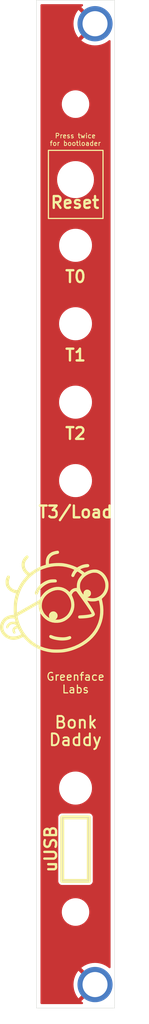
<source format=kicad_pcb>
(kicad_pcb (version 20211014) (generator pcbnew)
  (layers (0 "F.Cu" signal) (31 "B.Cu" signal) (34 "B.Paste" user) (35 "F.Paste" user) (36 "B.SilkS" user "B.Silkscreen") (37 "F.SilkS" user "F.Silkscreen") (38 "B.Mask" user) (39 "F.Mask" user) (44 "Edge.Cuts" user))
  (net 0 "")
  (net 1 "GND")
  (footprint "panel:3mmLED" (layer "F.Cu") (at 53.73 92)
    (fp_text reference "H7" hide)
    (fp_text value "Yellow LED")
    (pad "" np_thru_hole circle (at 1.27 0) (size 3.2 3.2) (drill 3.2) (layers *.Cu *.Mask))
  )
  (footprint "MountingHole:MountingHole_2.5mm" (layer "F.Cu") (at 55 54)
    (fp_text reference "H1" hide)
    (fp_text value "MountingHole")
    (pad "" np_thru_hole circle (at 0 0) (size 2.5 2.5) (drill 2.5) (layers *.Cu *.Mask))
  )
  (footprint "panel:3mmLED" (layer "F.Cu") (at 53.73 72)
    (fp_text reference "H5" hide)
    (fp_text value "Green LED")
    (pad "" np_thru_hole circle (at 1.27 0) (size 3.2 3.2) (drill 3.2) (layers *.Cu *.Mask))
  )
  (footprint "panel:3mmLED" (layer "F.Cu") (at 53.73 82)
    (fp_text reference "H6" hide)
    (fp_text value "Blue LED")
    (pad "" np_thru_hole circle (at 1.27 0) (size 3.2 3.2) (drill 3.2) (layers *.Cu *.Mask))
  )
  (footprint "panel:MountingHole_3.2mm_M3_EU" (layer "F.Cu") (at 57.5 166.25)
    (fp_text reference "H4" hide)
    (fp_text value "MountingHole_Pad")
    (pad "1" thru_hole circle (at 0 0) (size 4.5 4.5) (drill 3.2) (layers *.Cu *.Mask) (net 1 "GND"))
  )
  (footprint "MountingHole:MountingHole_2.5mm" (layer "F.Cu") (at 55 157)
    (fp_text reference "H2" hide)
    (fp_text value "MountingHole")
    (pad "" np_thru_hole circle (at 0 0) (size 2.5 2.5) (drill 2.5) (layers *.Cu *.Mask))
  )
  (footprint "panel:PushButton3.7mm" (layer "F.Cu") (at 52.75 66.875 90)
    (fp_text reference "H8" hide)
    (fp_text value "MountingHole")
    (pad "" np_thru_hole circle (at 3.25 2.25 90) (size 3.7 3.7) (drill 3.7) (layers *.Cu *.Mask))
  )
  (footprint "panel:3mmLED" (layer "F.Cu") (at 53.73 141.2)
    (fp_text reference "H10" hide)
    (fp_text value "USB LED")
    (pad "" np_thru_hole circle (at 1.27 0) (size 3.2 3.2) (drill 3.2) (layers *.Cu *.Mask))
  )
  (footprint "panel:small_face" (layer "F.Cu") (at 52.225 117.875)
    (fp_text reference "GR1" hide)
    (fp_text value "small_logo" hide)
    (fp_poly (pts (xy 0.54585 -6.926436) (xy 0.585001 -6.906036) (xy 0.606324 -6.886676) (xy 0.649317 -6.811322) (xy 0.658749 -6.718373) (xy 0.633324 -6.629468) (xy 0.622739 -6.612336) (xy 0.580233 -6.576116) (xy 0.504547 -6.548167) (xy 0.413189 -6.529096) (xy 0.140894 -6.467369) (xy -0.087852 -6.382381) (xy -0.275341 -6.272763) (xy -0.423865 -6.137146) (xy -0.535716 -5.974161) (xy -0.544558 -5.957125) (xy -0.603519 -5.796627) (xy -0.636753 -5.605766) (xy -0.641897 -5.399288) (xy -0.639751 -5.362895) (xy -0.632968 -5.294518) (xy -0.618313 -5.264921) (xy -0.584577 -5.262192) (xy -0.550851 -5.268429) (xy -0.277447 -5.31369) (xy 0.023536 -5.34631) (xy 0.337109 -5.36571) (xy 0.648283 -5.371312) (xy 0.942068 -5.362538) (xy 1.203475 -5.33881) (xy 1.2192 -5.336707) (xy 1.633307 -5.263004) (xy 2.046922 -5.156909) (xy 2.443559 -5.023188) (xy 2.748187 -4.894578) (xy 2.861255 -4.843184) (xy 2.937623 -4.812874) (xy 2.985615 -4.801208) (xy 3.013556 -4.805744) (xy 3.023139 -4.813951) (xy 3.060235 -4.841775) (xy 3.1329 -4.884003) (xy 3.229973 -4.935123) (xy 3.34029 -4.989622) (xy 3.452689 -5.041987) (xy 3.556006 -5.086707) (xy 3.639079 -5.118269) (xy 3.640011 -5.11858) (xy 3.781431 -5.158522) (xy 3.943025 -5.193079) (xy 4.104341 -5.218624) (xy 4.244925 -5.231531) (xy 4.282134 -5.2324) (xy 4.3787 -5.22613) (xy 4.441529 -5.204497) (xy 4.469753 -5.182247) (xy 4.527333 -5.097239) (xy 4.537044 -5.009335) (xy 4.502873 -4.931949) (xy 4.471726 -4.896627) (xy 4.432807 -4.870194) (xy 4.376578 -4.849633) (xy 4.293498 -4.831925) (xy 4.174027 -4.814051) (xy 4.099621 -4.804357) (xy 3.948678 -4.777745) (xy 3.789148 -4.737165) (xy 3.637307 -4.687699) (xy 3.509428 -4.634428) (xy 3.447936 -4.60085) (xy 3.371948 -4.552738) (xy 3.533824 -4.443877) (xy 3.634514 -4.373498) (xy 3.738018 -4.296935) (xy 3.815543 -4.235918) (xy 3.935386 -4.136821) (xy 4.08351 -4.223634) (xy 4.388945 -4.375578) (xy 4.70373 -4.478159) (xy 5.031601 -4.532504) (xy 5.131117 -4.539474) (xy 5.338026 -4.540869) (xy 5.516959 -4.519968) (xy 5.687336 -4.472744) (xy 5.868583 -4.395173) (xy 5.898332 -4.380458) (xy 6.152974 -4.224668) (xy 6.38186 -4.027515) (xy 6.581889 -3.793104) (xy 6.749958 -3.525543) (xy 6.882967 -3.228937) (xy 6.962473 -2.9718) (xy 6.985747 -2.834443) (xy 6.997734 -2.663883) (xy 6.998801 -2.476363) (xy 6.989315 -2.288126) (xy 6.969643 -2.115414) (xy 6.940153 -1.974471) (xy 6.939903 -1.973601) (xy 6.82882 -1.670631) (xy 6.67687 -1.395033) (xy 6.481158 -1.142134) (xy 6.329239 -0.987831) (xy 6.238278 -0.900998) (xy 6.180679 -0.839634) (xy 6.150935 -0.796495) (xy 6.143539 -0.76434) (xy 6.147142 -0.748339) (xy 6.159526 -0.704334) (xy 6.179149 -0.622007) (xy 6.203381 -0.51287) (xy 6.229591 -0.388434) (xy 6.231311 -0.380039) (xy 6.313796 0.137692) (xy 6.346906 0.644029) (xy 6.330496 1.140106) (xy 6.264422 1.627057) (xy 6.148539 2.106017) (xy 5.982703 2.578121) (xy 5.804533 2.970537) (xy 5.567943 3.386478) (xy 5.286808 3.78185) (xy 4.96408 4.1541) (xy 4.602715 4.500672) (xy 4.205665 4.819012) (xy 3.775884 5.106565) (xy 3.316325 5.360776) (xy 2.829942 5.579091) (xy 2.754417 5.608753) (xy 2.471666 5.713667) (xy 2.216142 5.798655) (xy 1.970674 5.868484) (xy 1.718093 5.927919) (xy 1.44123 5.981726) (xy 1.3589 5.99611) (xy 1.173891 6.021104) (xy 0.951772 6.040402) (xy 0.705949 6.053694) (xy 0.449826 6.060672) (xy 0.196807 6.061025) (xy -0.039704 6.054445) (xy -0.246302 6.040621) (xy -0.3048 6.034514) (xy -0.820485 5.950653) (xy -1.324486 5.821061) (xy -1.809641 5.647843) (xy -2.157258 5.490352) (xy -2.565831 5.265455) (xy -2.944624 5.010972) (xy -3.301031 4.72109) (xy -3.642444 4.389998) (xy -3.855035 4.155473) (xy -3.914138 4.089336) (xy -3.951672 4.056715) (xy -3.978265 4.051831) (xy -4.004544 4.068907) (xy -4.008221 4.072193) (xy -4.067331 4.112383) (xy -4.162383 4.16237) (xy -4.280874 4.216661) (xy -4.410301 4.269761) (xy -4.538163 4.316177) (xy -4.624509 4.343016) (xy -4.788417 4.378868) (xy -4.975231 4.403181) (xy -5.167047 4.41485) (xy -5.34596 4.412771) (xy -5.490689 4.396486) (xy -5.769549 4.322378) (xy -6.020877 4.20949) (xy -6.25154 4.053989) (xy -6.468404 3.852038) (xy -6.471446 3.848787) (xy -6.643422 3.637371) (xy -6.768943 3.418861) (xy -6.852341 3.185158) (xy -6.871996 3.100181) (xy -6.902052 2.829304) (xy -6.89437 2.727158) (xy -6.493843 2.727158) (xy -6.492328 2.936774) (xy -6.447673 3.146547) (xy -6.356765 3.351303) (xy -6.34554 3.370422) (xy -6.229808 3.526686) (xy -6.079875 3.674666) (xy -5.908185 3.805207) (xy -5.727184 3.909153) (xy -5.549316 3.97735) (xy -5.506281 3.98785) (xy -5.375824 4.003945) (xy -5.214431 4.006757) (xy -5.039851 3.997516) (xy -4.869831 3.977449) (xy -4.722119 3.947787) (xy -4.6609 3.929293) (xy -4.481237 3.8625) (xy -4.346725 3.805423) (xy -4.25892 3.75877) (xy -4.224526 3.730891) (xy -4.214846 3.702317) (xy -4.226737 3.656942) (xy -4.263565 3.585357) (xy -4.296178 3.53057) (xy -4.355722 3.428943) (xy -4.425094 3.304237) (xy -4.49182 3.179017) (xy -4.509387 3.144863) (xy -4.5616 3.043783) (xy -4.598107 2.980596) (xy -4.625848 2.947721) (xy -4.651765 2.937579) (xy -4.682795 2.942588) (xy -4.692095 2.945298) (xy -4.812263 2.987048) (xy -4.896941 3.03171) (xy -4.944666 3.070101) (xy -5.003544 3.14499) (xy -5.017309 3.222335) (xy -4.987706 3.314781) (xy -4.980435 3.329199) (xy -4.934926 3.446657) (xy -4.932834 3.540258) (xy -4.974111 3.608812) (xy -4.992141 3.622517) (xy -5.064695 3.648531) (xy -5.133121 3.627073) (xy -5.199512 3.556931) (xy -5.247789 3.474494) (xy -5.305424 3.312172) (xy -5.313682 3.155171) (xy -5.273869 3.00848) (xy -5.187295 2.877088) (xy -5.063489 2.771353) (xy -4.994932 2.72806) (xy -4.943392 2.699382) (xy -4.924899 2.6924) (xy -4.889085 2.684139) (xy -4.836429 2.666136) (xy -4.767351 2.639872) (xy -4.841126 2.561408) (xy -4.941381 2.478554) (xy -5.058774 2.430782) (xy -5.205929 2.413305) (xy -5.232429 2.413) (xy -5.410052 2.436561) (xy -5.566708 2.504993) (xy -5.697325 2.614917) (xy -5.796832 2.762955) (xy -5.814136 2.800515) (xy -5.87227 2.902336) (xy -5.938229 2.955207) (xy -6.010909 2.958509) (xy -6.05686 2.936717) (xy -6.107068 2.876974) (xy -6.120045 2.794112) (xy -6.099671 2.694849) (xy -6.049828 2.585906) (xy -5.974396 2.474003) (xy -5.877256 2.365859) (xy -5.762289 2.268194) (xy -5.633376 2.187727) (xy -5.620513 2.181205) (xy -5.560428 2.154311) (xy -5.501074 2.136743) (xy -5.429358 2.126592) (xy -5.332187 2.121949) (xy -5.207 2.1209) (xy -4.9149 2.1209) (xy -4.9657 1.912865) (xy -4.99088 1.813525) (xy -5.015527 1.746939) (xy -5.049676 1.706538) (xy -5.103366 1.685756) (xy -5.18663 1.678023) (xy -5.309506 1.676771) (xy -5.326495 1.676746) (xy -5.558029 1.698846) (xy -5.771328 1.762495) (xy -5.963278 1.862517) (xy -6.130767 1.99374) (xy -6.270681 2.15099) (xy -6.379907 2.329092) (xy -6.455332 2.522872) (xy -6.493843 2.727158) (xy -6.89437 2.727158) (xy -6.882128 2.564386) (xy -6.812912 2.307713) (xy -6.69509 2.061566) (xy -6.529351 1.828231) (xy -6.468409 1.758921) (xy -6.302254 1.608311) (xy -6.105459 1.478518) (xy -6.001995 1.42882) (xy -4.658908 1.42882) (xy -4.649587 1.501355) (xy -4.629169 1.606122) (xy -4.59946 1.734925) (xy -4.562264 1.879566) (xy -4.519388 2.031851) (xy -4.504174 2.0828) (xy -4.331281 2.569846) (xy -4.117682 3.027816) (xy -3.865311 3.455058) (xy -3.576102 3.84992) (xy -3.251992 4.210752) (xy -2.894915 4.535902) (xy -2.506807 4.823719) (xy -2.089601 5.072552) (xy -1.645234 5.28075) (xy -1.17564 5.44666) (xy -0.682755 5.568633) (xy -0.3556 5.622926) (xy -0.173333 5.641391) (xy 0.044447 5.653631) (xy 0.282827 5.6596) (xy 0.526898 5.659255) (xy 0.761748 5.652554) (xy 0.972467 5.639453) (xy 1.0922 5.627139) (xy 1.626788 5.536194) (xy 2.148538 5.400094) (xy 2.65339 5.220775) (xy 3.137288 5.000176) (xy 3.596172 4.740234) (xy 4.025985 4.442886) (xy 4.422669 4.110072) (xy 4.574039 3.964569) (xy 4.892438 3.617943) (xy 5.164887 3.259354) (xy 5.396017 2.881526) (xy 5.590462 2.477182) (xy 5.699228 2.1971) (xy 5.814464 1.805546) (xy 5.892693 1.387781) (xy 5.933491 0.952837) (xy 5.936436 0.50975) (xy 5.901104 0.067553) (xy 5.827072 -0.36472) (xy 5.820583 -0.3937) (xy 5.799045 -0.48778) (xy 5.778905 -0.548712) (xy 5.750466 -0.580506) (xy 5.704032 -0.587172) (xy 5.629905 -0.57272) (xy 5.518388 -0.54116) (xy 5.4864 -0.531894) (xy 5.37589 -0.504633) (xy 5.260763 -0.487133) (xy 5.124973 -0.477576) (xy 4.9784 -0.474314) (xy 4.845334 -0.474161) (xy 4.740642 -0.477738) (xy 4.648862 -0.487305) (xy 4.554533 -0.505119) (xy 4.442194 -0.533439) (xy 4.300578 -0.573318) (xy 4.289761 -0.568035) (xy 4.298074 -0.538668) (xy 4.3274 -0.481964) (xy 4.379624 -0.394673) (xy 4.456629 -0.273545) (xy 4.5603 -0.115328) (xy 4.605628 -0.046987) (xy 4.779958 0.22081) (xy 4.929148 0.461736) (xy 5.052003 0.673563) (xy 5.147323 0.854065) (xy 5.213913 1.001016) (xy 5.250575 1.112189) (xy 5.2578 1.165918) (xy 5.233012 1.26646) (xy 5.159536 1.357699) (xy 5.038702 1.439209) (xy 4.871838 1.510565) (xy 4.660275 1.571341) (xy 4.405343 1.621114) (xy 4.108371 1.659457) (xy 3.77069 1.685946) (xy 3.6068 1.693845) (xy 3.461625 1.699119) (xy 3.358096 1.701019) (xy 3.287126 1.698778) (xy 3.239625 1.691631) (xy 3.206507 1.678814) (xy 3.178685 1.659562) (xy 3.176269 1.657602) (xy 3.126757 1.587523) (xy 3.112715 1.499625) (xy 3.134771 1.413061) (xy 3.166784 1.368527) (xy 3.192005 1.348117) (xy 3.226506 1.332667) (xy 3.278592 1.320801) (xy 3.356564 1.311145) (xy 3.468725 1.302321) (xy 3.622714 1.292993) (xy 3.850851 1.277267) (xy 4.069215 1.256858) (xy 4.27182 1.232743) (xy 4.452684 1.205897) (xy 4.605821 1.177297) (xy 4.725249 1.147919) (xy 4.804983 1.11874) (xy 4.837067 1.094841) (xy 4.831247 1.059947) (xy 4.79623 0.986485) (xy 4.733372 0.87647) (xy 4.644034 0.731916) (xy 4.529573 0.554837) (xy 4.391348 0.347248) (xy 4.230717 0.111163) (xy 4.04904 -0.151403) (xy 3.847674 -0.438435) (xy 3.627978 -0.74792) (xy 3.391311 -1.077843) (xy 3.139031 -1.426189) (xy 3.109462 -1.466814) (xy 3.022495 -1.585748) (xy 2.958935 -1.669697) (xy 2.912305 -1.724757) (xy 2.876127 -1.75702) (xy 2.843922 -1.772583) (xy 2.809215 -1.77754) (xy 2.77876 -1.777964) (xy 2.661138 -1.753882) (xy 2.545535 -1.68602) (xy 2.439683 -1.581073) (xy 2.351314 -1.44574) (xy 2.321436 -1.381843) (xy 2.304691 -1.338362) (xy 2.298133 -1.300885) (xy 2.304256 -1.258033) (xy 2.325555 -1.198429) (xy 2.364526 -1.110695) (xy 2.395566 -1.04382) (xy 2.521246 -0.717916) (xy 2.598317 -0.387859) (xy 2.627492 -0.057697) (xy 2.609488 0.268524) (xy 2.545016 0.586755) (xy 2.434792 0.89295) (xy 2.279529 1.183062) (xy 2.079942 1.453044) (xy 1.926224 1.616357) (xy 1.664133 1.837314) (xy 1.382247 2.011507) (xy 1.080073 2.139149) (xy 0.757115 2.220459) (xy 0.469787 2.253089) (xy 0.121398 2.250326) (xy -0.20598 2.201514) (xy -0.514061 2.106005) (xy -0.804561 1.963147) (xy -1.079192 1.772292) (xy -1.285707 1.5875) (xy -1.515 1.330939) (xy -1.695448 1.06197) (xy -1.827941 0.778543) (xy -1.913367 0.478607) (xy -1.952614 0.160112) (xy -1.955571 0.043199) (xy -1.549025 0.043199) (xy -1.544448 0.218182) (xy -1.527326 0.366503) (xy -1.493509 0.505713) (xy -1.438844 0.653361) (xy -1.367907 0.80897) (xy -1.299004 0.944501) (xy -1.234407 1.050645) (xy -1.161241 1.145823) (xy -1.066632 1.248453) (xy -1.046068 1.269405) (xy -0.947738 1.363514) (xy -0.845181 1.452513) (xy -0.747283 1.529601) (xy -0.662931 1.587979) (xy -0.601012 1.620847) (xy -0.580524 1.6256) (xy -0.576838 1.605204) (xy -0.591451 1.554521) (xy -0.598197 1.537515) (xy -0.632689 1.393377) (xy -0.622509 1.246739) (xy -0.572398 1.106896) (xy -0.487095 0.983144) (xy -0.371341 0.88478) (xy -0.233422 0.822116) (xy -0.067919 0.795599) (xy 0.083086 0.817488) (xy 0.222329 0.888491) (xy 0.308473 0.961957) (xy 0.41278 1.095044) (xy 0.46798 1.238719) (xy 0.475232 1.396217) (xy 0.472415 1.42008) (xy 0.43924 1.542455) (xy 0.379056 1.661401) (xy 0.302265 1.759264) (xy 0.245646 1.804896) (xy 0.1651 1.85401) (xy 0.3683 1.853664) (xy 0.497102 1.848189) (xy 0.635737 1.834211) (xy 0.748571 1.815809) (xy 0.977816 1.746999) (xy 1.211128 1.640519) (xy 1.433326 1.505124) (xy 1.629232 1.349567) (xy 1.726184 1.252047) (xy 1.892838 1.034302) (xy 2.032533 0.787169) (xy 2.139266 0.524101) (xy 2.207034 0.25855) (xy 2.223668 0.137222) (xy 2.22819 -0.037504) (xy 2.213568 -0.236864) (xy 2.182315 -0.439537) (xy 2.136943 -0.624206) (xy 2.13212 -0.63963) (xy 2.043746 -0.860046) (xy 1.922212 -1.082193) (xy 1.777047 -1.291813) (xy 1.617777 -1.474653) (xy 1.505907 -1.576712) (xy 1.272546 -1.735434) (xy 1.022646 -1.846935) (xy 0.758975 -1.910982) (xy 0.484307 -1.927341) (xy 0.201411 -1.895778) (xy -0.086941 -1.816058) (xy -0.296011 -1.728885) (xy -0.504026 -1.622394) (xy -0.678503 -1.514971) (xy -0.835749 -1.395882) (xy -0.935985 -1.307557) (xy -1.152709 -1.075615) (xy -1.323004 -0.824615) (xy -1.446233 -0.555959) (xy -1.52176 -0.27105) (xy -1.548947 0.028711) (xy -1.549025 0.043199) (xy -1.955571 0.043199) (xy -1.955609 0.041732) (xy -1.957302 -0.050264) (xy -1.963719 -0.100862) (xy -1.977249 -0.11941) (xy -1.996165 -0.116946) (xy -2.024874 -0.101928) (xy -2.092765 -0.064455) (xy -2.195104 -0.007224) (xy -2.327156 0.06707) (xy -2.484187 0.155734) (xy -2.66146 0.25607) (xy -2.854242 0.365384) (xy -3.057798 0.480982) (xy -3.267392 0.600167) (xy -3.478291 0.720245) (xy -3.685759 0.83852) (xy -3.885062 0.952298) (xy -4.071464 1.058882) (xy -4.240232 1.155579) (xy -4.386629 1.239692) (xy -4.505922 1.308527) (xy -4.593376 1.359389) (xy -4.644255 1.389582) (xy -4.655325 1.396712) (xy -4.658908 1.42882) (xy -6.001995 1.42882) (xy -5.890566 1.375297) (xy -5.670117 1.304401) (xy -5.456656 1.271585) (xy -5.40267 1.27) (xy -5.301996 1.262784) (xy -5.213373 1.244069) (xy -5.179402 1.230762) (xy -5.130411 1.200301) (xy -5.114163 1.165437) (xy -5.121717 1.104928) (xy -5.123277 1.097412) (xy -5.132785 1.02088) (xy -5.139286 0.902934) (xy -5.142941 0.752859) (xy -5.143911 0.579944) (xy -5.143289 0.505238) (xy -4.750062 0.505238) (xy -4.747458 0.650615) (xy -4.741447 0.775773) (xy -4.732174 0.873321) (xy -4.719783 0.935868) (xy -4.704418 0.956023) (xy -4.702258 0.955172) (xy -4.677889 0.941273) (xy -4.613278 0.904456) (xy -4.512326 0.846943) (xy -4.378933 0.770956) (xy -4.217002 0.678718) (xy -4.030433 0.57245) (xy -3.823127 0.454375) (xy -3.598985 0.326715) (xy -3.3782 0.20097) (xy -3.138112 0.064293) (xy -2.908234 -0.066457) (xy -2.692885 -0.188831) (xy -2.496384 -0.30038) (xy -2.323048 -0.398655) (xy -2.177197 -0.481208) (xy -2.063149 -0.54559) (xy -1.985223 -0.589352) (xy -1.950507 -0.608565) (xy -1.868579 -0.66154) (xy -1.817519 -0.722214) (xy -1.78747 -0.7874) (xy -1.700965 -0.969125) (xy -1.577945 -1.16346) (xy -1.427128 -1.359894) (xy -1.257231 -1.547914) (xy -1.076973 -1.717009) (xy -0.908138 -1.847748) (xy -0.598598 -2.035787) (xy -0.284788 -2.177538) (xy 0.030162 -2.273062) (xy 0.343122 -2.322418) (xy 0.650962 -2.32567) (xy 0.950549 -2.282877) (xy 1.238755 -2.194101) (xy 1.512448 -2.059403) (xy 1.768498 -1.878844) (xy 1.865462 -1.79362) (xy 1.930762 -1.734579) (xy 1.981264 -1.692467) (xy 2.006034 -1.676401) (xy 2.006036 -1.6764) (xy 2.027691 -1.695979) (xy 2.060825 -1.743867) (xy 2.065326 -1.75136) (xy 2.180625 -1.89964) (xy 2.331898 -2.023578) (xy 2.507299 -2.115979) (xy 2.694983 -2.16965) (xy 2.768626 -2.178507) (xy 2.944486 -2.191089) (xy 2.944567 -2.366745) (xy 3.343045 -2.366745) (xy 3.352923 -2.20159) (xy 3.377 -2.061437) (xy 3.389567 -2.0193) (xy 3.473369 -1.813008) (xy 3.572086 -1.627464) (xy 3.678118 -1.47669) (xy 3.693336 -1.458902) (xy 3.802081 -1.335322) (xy 3.800022 -1.48686) (xy 3.813252 -1.628851) (xy 3.86159 -1.745783) (xy 3.951527 -1.851044) (xy 3.994539 -1.888015) (xy 4.116431 -1.956034) (xy 4.252657 -1.98165) (xy 4.392238 -1.966504) (xy 4.524193 -1.912236) (xy 4.637542 -1.820486) (xy 4.664768 -1.787886) (xy 4.708944 -1.717216) (xy 4.73363 -1.638242) (xy 4.745345 -1.534491) (xy 4.748066 -1.435776) (xy 4.737834 -1.364265) (xy 4.709975 -1.29704) (xy 4.68943 -1.260351) (xy 4.590414 -1.138347) (xy 4.461348 -1.056893) (xy 4.3688 -1.028014) (xy 4.311891 -1.014742) (xy 4.300455 -1.004504) (xy 4.330211 -0.990057) (xy 4.3434 -0.985009) (xy 4.604614 -0.908501) (xy 4.873684 -0.872015) (xy 5.139522 -0.875904) (xy 5.391038 -0.920522) (xy 5.482002 -0.948738) (xy 5.752785 -1.069709) (xy 5.992014 -1.229546) (xy 6.197062 -1.425432) (xy 6.365302 -1.654553) (xy 6.494106 -1.91409) (xy 6.556129 -2.100281) (xy 6.592938 -2.303877) (xy 6.601937 -2.530413) (xy 6.583882 -2.760819) (xy 6.539526 -2.976028) (xy 6.518874 -3.041528) (xy 6.401603 -3.315468) (xy 6.253251 -3.557465) (xy 6.077178 -3.763456) (xy 5.876745 -3.929377) (xy 5.701036 -4.030573) (xy 5.598261 -4.077031) (xy 5.514913 -4.10642) (xy 5.431264 -4.12339) (xy 5.327589 -4.13259) (xy 5.253444 -4.136082) (xy 5.118998 -4.138715) (xy 5.011099 -4.132233) (xy 4.905885 -4.113819) (xy 4.779495 -4.080655) (xy 4.776432 -4.079778) (xy 4.480009 -3.971965) (xy 4.207114 -3.827216) (xy 3.962365 -3.649683) (xy 3.750378 -3.443519) (xy 3.575771 -3.212875) (xy 3.44316 -2.961903) (xy 3.397036 -2.839268) (xy 3.365259 -2.702881) (xy 3.34721 -2.539608) (xy 3.343045 -2.366745) (xy 2.944567 -2.366745) (xy 2.9446 -2.435395) (xy 2.966478 -2.720088) (xy 3.029305 -2.999232) (xy 3.0878 -3.16258) (xy 3.149076 -3.284643) (xy 3.236548 -3.426345) (xy 3.339732 -3.572178) (xy 3.448145 -3.706635) (xy 3.478951 -3.741161) (xy 3.534995 -3.800658) (xy 3.571801 -3.843496) (xy 3.586053 -3.87749) (xy 3.574432 -3.910456) (xy 3.53362 -3.950209) (xy 3.460301 -4.004564) (xy 3.351157 -4.081336) (xy 3.3274 -4.098176) (xy 3.210941 -4.180587) (xy 3.127678 -4.236268) (xy 3.069198 -4.267635) (xy 3.027088 -4.277102) (xy 2.992937 -4.267085) (xy 2.958331 -4.24) (xy 2.929561 -4.212399) (xy 2.815643 -4.079165) (xy 2.714846 -3.918886) (xy 2.652997 -3.7846) (xy 2.595559 -3.671073) (xy 2.525455 -3.604389) (xy 2.439359 -3.581454) (xy 2.434431 -3.5814) (xy 2.357939 -3.601892) (xy 2.28913 -3.653417) (xy 2.244228 -3.721049) (xy 2.23551 -3.764396) (xy 2.248584 -3.831533) (xy 2.283277 -3.928533) (xy 2.333561 -4.042642) (xy 2.393408 -4.161105) (xy 2.456788 -4.271168) (xy 2.51611 -4.358058) (xy 2.568005 -4.428319) (xy 2.602922 -4.481451) (xy 2.613674 -4.50647) (xy 2.613437 -4.506797) (xy 2.577822 -4.52774) (xy 2.505564 -4.561051) (xy 2.407906 -4.602147) (xy 2.296092 -4.646441) (xy 2.181366 -4.689349) (xy 2.076495 -4.725782) (xy 1.593933 -4.85872) (xy 1.105475 -4.941352) (xy 0.611932 -4.973728) (xy 0.114115 -4.955898) (xy -0.387166 -4.887912) (xy -0.891101 -4.769818) (xy -1.396877 -4.601667) (xy -1.653777 -4.497296) (xy -2.070366 -4.290793) (xy -2.471404 -4.038435) (xy -2.85277 -3.743865) (xy -3.210345 -3.410724) (xy -3.54001 -3.042655) (xy -3.837645 -2.643301) (xy -3.95466 -2.463019) (xy -4.169234 -2.075825) (xy -4.354829 -1.654338) (xy -4.508339 -1.207981) (xy -4.626658 -0.746177) (xy -4.706677 -0.278352) (xy -4.723513 -0.130659) (xy -4.735984 0.021692) (xy -4.74447 0.183385) (xy -4.749114 0.347031) (xy -4.750062 0.505238) (xy -5.143289 0.505238) (xy -5.142356 0.393475) (xy -5.138439 0.202739) (xy -5.132321 0.017022) (xy -5.124162 -0.154389) (xy -5.114124 -0.302207) (xy -5.102368 -0.417146) (xy -5.096289 -0.4572) (xy -5.04971 -0.702105) (xy -5.000317 -0.931777) (xy -4.950717 -1.134901) (xy -4.90352 -1.300161) (xy -4.898207 -1.316708) (xy -4.874657 -1.400983) (xy -4.863743 -1.465871) (xy -4.867628 -1.496839) (xy -4.90293 -1.512259) (xy -4.97125 -1.532109) (xy -5.033243 -1.546686) (xy -5.250471 -1.614998) (xy -5.46642 -1.722912) (xy -5.66875 -1.861966) (xy -5.845123 -2.023697) (xy -5.981576 -2.1971) (xy -6.071685 -2.354532) (xy -6.131782 -2.505372) (xy -6.166671 -2.66665) (xy -6.181154 -2.855396) (xy -6.182144 -2.9083) (xy -6.18168 -3.044388) (xy -6.175356 -3.148944) (xy -6.160459 -3.241143) (xy -6.134273 -3.340157) (xy -6.110223 -3.4163) (xy -6.049259 -3.576329) (xy -5.985486 -3.688782) (xy -5.91639 -3.756884) (xy -5.839458 -3.783857) (xy -5.822982 -3.7846) (xy -5.741598 -3.761864) (xy -5.691198 -3.722801) (xy -5.658325 -3.674663) (xy -5.644723 -3.614611) (xy -5.651051 -3.534144) (xy -5.677969 -3.424759) (xy -5.72555 -3.279626) (xy -5.781606 -3.053214) (xy -5.7895 -2.835635) (xy -5.750061 -2.630486) (xy -5.664117 -2.441362) (xy -5.532495 -2.271859) (xy -5.482461 -2.223782) (xy -5.330205 -2.107371) (xy -5.16052 -2.012095) (xy -4.987043 -1.943977) (xy -4.82341 -1.909041) (xy -4.7625 -1.905708) (xy -4.727333 -1.908692) (xy -4.698792 -1.922996) (xy -4.670602 -1.956813) (xy -4.636485 -2.018338) (xy -4.590165 -2.115764) (xy -4.573025 -2.153057) (xy -4.359436 -2.565694) (xy -4.100463 -2.969258) (xy -3.793917 -3.367008) (xy -3.632761 -3.552896) (xy -3.539237 -3.658049) (xy -3.476273 -3.732253) (xy -3.439809 -3.781736) (xy -3.425783 -3.812726) (xy -3.430133 -3.83145) (xy -3.444308 -3.841883) (xy -3.504316 -3.885277) (xy -3.58474 -3.95933) (xy -3.676144 -4.053594) (xy -3.769093 -4.157624) (xy -3.854153 -4.260974) (xy -3.921888 -4.353195) (xy -3.954761 -4.407081) (xy -4.064508 -4.665661) (xy -4.125714 -4.927889) (xy -4.139005 -5.189183) (xy -4.105004 -5.444963) (xy -4.024335 -5.690648) (xy -3.897622 -5.921656) (xy -3.72549 -6.133406) (xy -3.718613 -6.14045) (xy -3.610213 -6.24296) (xy -3.522941 -6.305035) (xy -3.450045 -6.328704) (xy -3.384775 -6.315999) (xy -3.320376 -6.268949) (xy -3.313546 -6.262255) (xy -3.267621 -6.20378) (xy -3.253094 -6.144935) (xy -3.272111 -6.077859) (xy -3.326819 -5.994693) (xy -3.414396 -5.89298) (xy -3.571485 -5.694086) (xy -3.678373 -5.493143) (xy -3.735656 -5.287528) (xy -3.743932 -5.074617) (xy -3.703796 -4.851787) (xy -3.672933 -4.755408) (xy -3.592134 -4.587504) (xy -3.475559 -4.42089) (xy -3.336012 -4.270946) (xy -3.186297 -4.153051) (xy -3.156002 -4.134521) (xy -3.080534 -4.090742) (xy -2.892817 -4.231701) (xy -2.460924 -4.524648) (xy -2.00003 -4.777518) (xy -1.515757 -4.987408) (xy -1.246377 -5.081898) (xy -1.032253 -5.150973) (xy -1.037877 -5.426637) (xy -1.023489 -5.713406) (xy -0.967746 -5.970812) (xy -0.870248 -6.19955) (xy -0.730594 -6.400313) (xy -0.548385 -6.573795) (xy -0.323219 -6.72069) (xy -0.277169 -6.744831) (xy -0.167003 -6.7908) (xy -0.023605 -6.836691) (xy 0.13566 -6.877896) (xy 0.293426 -6.909808) (xy 0.40212 -6.925061) (xy 0.490536 -6.931716) (xy 0.54585 -6.926436)) (layer "F.SilkS") (width 0.01) (fill solid))
    (fp_poly (pts (xy 0.142068 -3.284178) (xy 0.205614 -3.276936) (xy 0.250125 -3.263826) (xy 0.286183 -3.243441) (xy 0.296556 -3.235977) (xy 0.354628 -3.167233) (xy 0.378895 -3.082794) (xy 0.366999 -2.999924) (xy 0.335391 -2.951592) (xy 0.308194 -2.931129) (xy 0.26801 -2.916164) (xy 0.205848 -2.905226) (xy 0.112716 -2.896848) (xy -0.020377 -2.889559) (xy -0.053406 -2.888067) (xy -0.261295 -2.874591) (xy -0.433558 -2.852205) (xy -0.585079 -2.817421) (xy -0.730741 -2.766752) (xy -0.885428 -2.696711) (xy -0.899221 -2.689876) (xy -1.12771 -2.558714) (xy -1.347003 -2.399995) (xy -1.55008 -2.220975) (xy -1.729919 -2.02891) (xy -1.879498 -1.831056) (xy -1.991797 -1.634666) (xy -2.042315 -1.508659) (xy -2.093684 -1.399801) (xy -2.161368 -1.338942) (xy -2.245141 -1.326193) (xy -2.341406 -1.359815) (xy -2.409283 -1.420831) (xy -2.437249 -1.508977) (xy -2.42514 -1.624883) (xy -2.372793 -1.769181) (xy -2.280044 -1.9425) (xy -2.146729 -2.145473) (xy -2.13263 -2.165365) (xy -1.936841 -2.403874) (xy -1.702262 -2.629373) (xy -1.440763 -2.832619) (xy -1.164215 -3.004372) (xy -0.889 -3.133633) (xy -0.69417 -3.202974) (xy -0.51775 -3.2488) (xy -0.33863 -3.275128) (xy -0.135695 -3.285975) (xy -0.084444 -3.286694) (xy 0.048909 -3.286961) (xy 0.142068 -3.284178)) (layer "F.SilkS") (width 0.01) (fill solid))
    (fp_poly (pts (xy -0.352919 3.8208) (xy -0.262979 3.849035) (xy -0.173115 3.886178) (xy 0.013357 3.957425) (xy 0.240752 4.0153) (xy 0.511926 4.060394) (xy 0.8255 4.092963) (xy 1.078653 4.107166) (xy 1.296703 4.105208) (xy 1.493097 4.085877) (xy 1.681284 4.047959) (xy 1.84115 4.001416) (xy 1.948155 3.968663) (xy 2.021034 3.953031) (xy 2.072802 3.952709) (xy 2.11161 3.963812) (xy 2.18146 4.017733) (xy 2.220717 4.099251) (xy 2.221717 4.190634) (xy 2.216958 4.207624) (xy 2.169554 4.274471) (xy 2.07776 4.33534) (xy 1.947757 4.389051) (xy 1.785729 4.434423) (xy 1.597856 4.470279) (xy 1.390323 4.495438) (xy 1.16931 4.508721) (xy 0.941 4.508948) (xy 0.711576 4.49494) (xy 0.7112 4.494905) (xy 0.478317 4.466406) (xy 0.249262 4.426305) (xy 0.032395 4.3769) (xy -0.163921 4.320491) (xy -0.331327 4.259377) (xy -0.46146 4.195857) (xy -0.51943 4.156537) (xy -0.577517 4.084041) (xy -0.597291 4.001171) (xy -0.582413 3.920434) (xy -0.536541 3.854337) (xy -0.463337 3.815386) (xy -0.418016 3.81) (xy -0.352919 3.8208)) (layer "F.SilkS") (width 0.01) (fill solid))
  )
  (footprint "panel:MountingHole_3.2mm_M3_EU" (layer "F.Cu") (at 57.5 43.75)
    (fp_text reference "H3" hide)
    (fp_text value "MountingHole_Pad")
    (pad "1" thru_hole circle (at 0 0) (size 4.5 4.5) (drill 3.2) (layers *.Cu *.Mask) (net 1 "GND"))
  )
  (footprint "panel:3mmLED" (layer "F.Cu") (at 53.73 102)
    (fp_text reference "H9" hide)
    (fp_text value "Red LED")
    (pad "" np_thru_hole circle (at 1.27 0) (size 3.2 3.2) (drill 3.2) (layers *.Cu *.Mask))
  )
  (gr_line (start 58.525 59.893) (end 51.525 59.893) (layer "F.SilkS") (width 0.15))
  (gr_line (start 53.3 153.04) (end 56.7 153.04) (layer "F.SilkS") (width 0.5))
  (gr_line (start 53.3 153.04) (end 53.3 144.94) (layer "F.SilkS") (width 0.5))
  (gr_line (start 56.7 153.04) (end 56.7 144.94) (layer "F.SilkS") (width 0.5))
  (gr_line (start 51.525 68.575) (end 58.525 68.575) (layer "F.SilkS") (width 0.15))
  (gr_line (start 51.525 59.893) (end 51.525 68.575) (layer "F.SilkS") (width 0.15))
  (gr_line (start 58.525 68.575) (end 58.525 59.893) (layer "F.SilkS") (width 0.15))
  (gr_line (start 53.3 144.94) (end 56.7 144.94) (layer "F.SilkS") (width 0.5))
  (gr_line locked (start 60 40.75) (end 60 169.25) (layer "Edge.Cuts") (width 0.05))
  (gr_line (start 53.3 153.04) (end 56.7 153.04) (layer "Edge.Cuts") (width 0.05))
  (gr_line (start 56.7 153.04) (end 56.7 144.94) (layer "Edge.Cuts") (width 0.05))
  (gr_line (start 53.3 144.94) (end 56.7 144.94) (layer "Edge.Cuts") (width 0.05))
  (gr_line locked (start 50 40.75) (end 60 40.75) (layer "Edge.Cuts") (width 0.05))
  (gr_line locked (start 50 169.25) (end 60 169.25) (layer "Edge.Cuts") (width 0.05))
  (gr_line (start 53.3 153.04) (end 53.3 144.94) (layer "Edge.Cuts") (width 0.05))
  (gr_line locked (start 50 40.75) (end 50 169.25) (layer "Edge.Cuts") (width 0.05))
  (gr_text "T1" (at 55 86) (layer "F.SilkS") (effects (font (size 1.5 1.5) (thickness 0.3))))
  (gr_text "Greenface\nLabs" (at 55 127.8) (layer "F.SilkS") (effects (font (size 1 1))))
  (gr_text "Reset" (at 54.925 66.543) (layer "F.SilkS") (effects (font (size 1.5 1.5) (thickness 0.3))))
  (gr_text "Press twice\nfor bootloader" (at 54.975 58.525) (layer "F.SilkS") (effects (font (size 0.6 0.6) (thickness 0.1))))
  (gr_text "uUSB" (at 51.825 148.975 90) (layer "F.SilkS") (effects (font (size 1.5 1.5) (thickness 0.3))))
  (gr_text "T3/Load" (at 55 106) (layer "F.SilkS") (effects (font (size 1.5 1.5) (thickness 0.3))))
  (gr_text "T2" (at 55 96) (layer "F.SilkS") (effects (font (size 1.5 1.5) (thickness 0.3))))
  (gr_text "T0" (at 55 76) (layer "F.SilkS") (effects (font (size 1.5 1.5) (thickness 0.3))))
  (gr_text "Daddy" (at 54.975 135.05) (layer "F.SilkS") (effects (font (size 1.5 1.5) (thickness 0.25))))
  (gr_text "Bonk" (at 55.05 132.825) (layer "F.SilkS") (effects (font (size 1.5 1.5) (thickness 0.25))))
  (zone (net 1) (net_name "GND") (layer "F.Cu") (connect_pads (clearance 0.508)) (min_thickness 0.254) (fill yes (thermal_gap 0.508) (thermal_bridge_width 0.508))
    (polygon (pts (xy 60 169.25) (xy 50 169.25) (xy 50 40.75) (xy 60 40.75)))
  )
)
</source>
